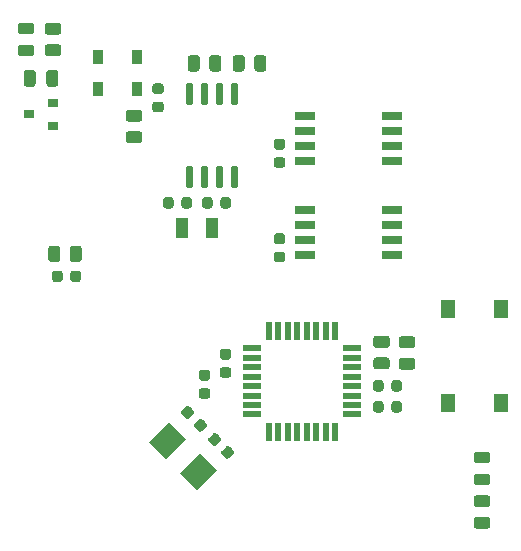
<source format=gbr>
%TF.GenerationSoftware,KiCad,Pcbnew,(5.1.9)-1*%
%TF.CreationDate,2021-02-03T11:38:48-08:00*%
%TF.ProjectId,ATMEGA328_RTC_EEPROM,41544d45-4741-4333-9238-5f5254435f45,1*%
%TF.SameCoordinates,Original*%
%TF.FileFunction,Paste,Top*%
%TF.FilePolarity,Positive*%
%FSLAX46Y46*%
G04 Gerber Fmt 4.6, Leading zero omitted, Abs format (unit mm)*
G04 Created by KiCad (PCBNEW (5.1.9)-1) date 2021-02-03 11:38:48*
%MOMM*%
%LPD*%
G01*
G04 APERTURE LIST*
%ADD10R,1.000000X1.800000*%
%ADD11C,0.100000*%
%ADD12R,1.700000X0.650000*%
%ADD13R,0.550000X1.600000*%
%ADD14R,1.600000X0.550000*%
%ADD15R,1.300000X1.550000*%
%ADD16R,0.900000X0.800000*%
%ADD17R,0.900000X1.200000*%
G04 APERTURE END LIST*
D10*
%TO.C,Y2*%
X147086000Y-97790000D03*
X149586000Y-97790000D03*
%TD*%
D11*
%TO.C,Y1*%
G36*
X146907365Y-118505421D02*
G01*
X148604421Y-116808365D01*
X150018635Y-118222579D01*
X148321579Y-119919635D01*
X146907365Y-118505421D01*
G37*
G36*
X144291069Y-115889125D02*
G01*
X145988125Y-114192069D01*
X147402339Y-115606283D01*
X145705283Y-117303339D01*
X144291069Y-115889125D01*
G37*
%TD*%
%TO.C,U4*%
G36*
G01*
X147851000Y-94366000D02*
X147551000Y-94366000D01*
G75*
G02*
X147401000Y-94216000I0J150000D01*
G01*
X147401000Y-92616000D01*
G75*
G02*
X147551000Y-92466000I150000J0D01*
G01*
X147851000Y-92466000D01*
G75*
G02*
X148001000Y-92616000I0J-150000D01*
G01*
X148001000Y-94216000D01*
G75*
G02*
X147851000Y-94366000I-150000J0D01*
G01*
G37*
G36*
G01*
X149121000Y-94366000D02*
X148821000Y-94366000D01*
G75*
G02*
X148671000Y-94216000I0J150000D01*
G01*
X148671000Y-92616000D01*
G75*
G02*
X148821000Y-92466000I150000J0D01*
G01*
X149121000Y-92466000D01*
G75*
G02*
X149271000Y-92616000I0J-150000D01*
G01*
X149271000Y-94216000D01*
G75*
G02*
X149121000Y-94366000I-150000J0D01*
G01*
G37*
G36*
G01*
X150391000Y-94366000D02*
X150091000Y-94366000D01*
G75*
G02*
X149941000Y-94216000I0J150000D01*
G01*
X149941000Y-92616000D01*
G75*
G02*
X150091000Y-92466000I150000J0D01*
G01*
X150391000Y-92466000D01*
G75*
G02*
X150541000Y-92616000I0J-150000D01*
G01*
X150541000Y-94216000D01*
G75*
G02*
X150391000Y-94366000I-150000J0D01*
G01*
G37*
G36*
G01*
X151661000Y-94366000D02*
X151361000Y-94366000D01*
G75*
G02*
X151211000Y-94216000I0J150000D01*
G01*
X151211000Y-92616000D01*
G75*
G02*
X151361000Y-92466000I150000J0D01*
G01*
X151661000Y-92466000D01*
G75*
G02*
X151811000Y-92616000I0J-150000D01*
G01*
X151811000Y-94216000D01*
G75*
G02*
X151661000Y-94366000I-150000J0D01*
G01*
G37*
G36*
G01*
X151661000Y-87366000D02*
X151361000Y-87366000D01*
G75*
G02*
X151211000Y-87216000I0J150000D01*
G01*
X151211000Y-85616000D01*
G75*
G02*
X151361000Y-85466000I150000J0D01*
G01*
X151661000Y-85466000D01*
G75*
G02*
X151811000Y-85616000I0J-150000D01*
G01*
X151811000Y-87216000D01*
G75*
G02*
X151661000Y-87366000I-150000J0D01*
G01*
G37*
G36*
G01*
X150391000Y-87366000D02*
X150091000Y-87366000D01*
G75*
G02*
X149941000Y-87216000I0J150000D01*
G01*
X149941000Y-85616000D01*
G75*
G02*
X150091000Y-85466000I150000J0D01*
G01*
X150391000Y-85466000D01*
G75*
G02*
X150541000Y-85616000I0J-150000D01*
G01*
X150541000Y-87216000D01*
G75*
G02*
X150391000Y-87366000I-150000J0D01*
G01*
G37*
G36*
G01*
X149121000Y-87366000D02*
X148821000Y-87366000D01*
G75*
G02*
X148671000Y-87216000I0J150000D01*
G01*
X148671000Y-85616000D01*
G75*
G02*
X148821000Y-85466000I150000J0D01*
G01*
X149121000Y-85466000D01*
G75*
G02*
X149271000Y-85616000I0J-150000D01*
G01*
X149271000Y-87216000D01*
G75*
G02*
X149121000Y-87366000I-150000J0D01*
G01*
G37*
G36*
G01*
X147851000Y-87366000D02*
X147551000Y-87366000D01*
G75*
G02*
X147401000Y-87216000I0J150000D01*
G01*
X147401000Y-85616000D01*
G75*
G02*
X147551000Y-85466000I150000J0D01*
G01*
X147851000Y-85466000D01*
G75*
G02*
X148001000Y-85616000I0J-150000D01*
G01*
X148001000Y-87216000D01*
G75*
G02*
X147851000Y-87366000I-150000J0D01*
G01*
G37*
%TD*%
D12*
%TO.C,U3*%
X157513000Y-92075000D03*
X157513000Y-90805000D03*
X157513000Y-89535000D03*
X157513000Y-88265000D03*
X164813000Y-88265000D03*
X164813000Y-89535000D03*
X164813000Y-90805000D03*
X164813000Y-92075000D03*
%TD*%
%TO.C,U2*%
X157513000Y-100076000D03*
X157513000Y-98806000D03*
X157513000Y-97536000D03*
X157513000Y-96266000D03*
X164813000Y-96266000D03*
X164813000Y-97536000D03*
X164813000Y-98806000D03*
X164813000Y-100076000D03*
%TD*%
D13*
%TO.C,U1*%
X154426000Y-106494000D03*
X155226000Y-106494000D03*
X156026000Y-106494000D03*
X156826000Y-106494000D03*
X157626000Y-106494000D03*
X158426000Y-106494000D03*
X159226000Y-106494000D03*
X160026000Y-106494000D03*
D14*
X161476000Y-107944000D03*
X161476000Y-108744000D03*
X161476000Y-109544000D03*
X161476000Y-110344000D03*
X161476000Y-111144000D03*
X161476000Y-111944000D03*
X161476000Y-112744000D03*
X161476000Y-113544000D03*
D13*
X160026000Y-114994000D03*
X159226000Y-114994000D03*
X158426000Y-114994000D03*
X157626000Y-114994000D03*
X156826000Y-114994000D03*
X156026000Y-114994000D03*
X155226000Y-114994000D03*
X154426000Y-114994000D03*
D14*
X152976000Y-113544000D03*
X152976000Y-112744000D03*
X152976000Y-111944000D03*
X152976000Y-111144000D03*
X152976000Y-110344000D03*
X152976000Y-109544000D03*
X152976000Y-108744000D03*
X152976000Y-107944000D03*
%TD*%
D15*
%TO.C,SW1*%
X169581000Y-104648000D03*
X174081000Y-104648000D03*
X174081000Y-112608000D03*
X169581000Y-112608000D03*
%TD*%
%TO.C,R6*%
G36*
G01*
X136594001Y-83213000D02*
X135693999Y-83213000D01*
G75*
G02*
X135444000Y-82963001I0J249999D01*
G01*
X135444000Y-82437999D01*
G75*
G02*
X135693999Y-82188000I249999J0D01*
G01*
X136594001Y-82188000D01*
G75*
G02*
X136844000Y-82437999I0J-249999D01*
G01*
X136844000Y-82963001D01*
G75*
G02*
X136594001Y-83213000I-249999J0D01*
G01*
G37*
G36*
G01*
X136594001Y-81388000D02*
X135693999Y-81388000D01*
G75*
G02*
X135444000Y-81138001I0J249999D01*
G01*
X135444000Y-80612999D01*
G75*
G02*
X135693999Y-80363000I249999J0D01*
G01*
X136594001Y-80363000D01*
G75*
G02*
X136844000Y-80612999I0J-249999D01*
G01*
X136844000Y-81138001D01*
G75*
G02*
X136594001Y-81388000I-249999J0D01*
G01*
G37*
%TD*%
%TO.C,R5*%
G36*
G01*
X142551999Y-87729000D02*
X143452001Y-87729000D01*
G75*
G02*
X143702000Y-87978999I0J-249999D01*
G01*
X143702000Y-88504001D01*
G75*
G02*
X143452001Y-88754000I-249999J0D01*
G01*
X142551999Y-88754000D01*
G75*
G02*
X142302000Y-88504001I0J249999D01*
G01*
X142302000Y-87978999D01*
G75*
G02*
X142551999Y-87729000I249999J0D01*
G01*
G37*
G36*
G01*
X142551999Y-89554000D02*
X143452001Y-89554000D01*
G75*
G02*
X143702000Y-89803999I0J-249999D01*
G01*
X143702000Y-90329001D01*
G75*
G02*
X143452001Y-90579000I-249999J0D01*
G01*
X142551999Y-90579000D01*
G75*
G02*
X142302000Y-90329001I0J249999D01*
G01*
X142302000Y-89803999D01*
G75*
G02*
X142551999Y-89554000I249999J0D01*
G01*
G37*
%TD*%
%TO.C,R4*%
G36*
G01*
X154206000Y-83369999D02*
X154206000Y-84270001D01*
G75*
G02*
X153956001Y-84520000I-249999J0D01*
G01*
X153430999Y-84520000D01*
G75*
G02*
X153181000Y-84270001I0J249999D01*
G01*
X153181000Y-83369999D01*
G75*
G02*
X153430999Y-83120000I249999J0D01*
G01*
X153956001Y-83120000D01*
G75*
G02*
X154206000Y-83369999I0J-249999D01*
G01*
G37*
G36*
G01*
X152381000Y-83369999D02*
X152381000Y-84270001D01*
G75*
G02*
X152131001Y-84520000I-249999J0D01*
G01*
X151605999Y-84520000D01*
G75*
G02*
X151356000Y-84270001I0J249999D01*
G01*
X151356000Y-83369999D01*
G75*
G02*
X151605999Y-83120000I249999J0D01*
G01*
X152131001Y-83120000D01*
G75*
G02*
X152381000Y-83369999I0J-249999D01*
G01*
G37*
%TD*%
%TO.C,R3*%
G36*
G01*
X172916001Y-121393000D02*
X172015999Y-121393000D01*
G75*
G02*
X171766000Y-121143001I0J249999D01*
G01*
X171766000Y-120617999D01*
G75*
G02*
X172015999Y-120368000I249999J0D01*
G01*
X172916001Y-120368000D01*
G75*
G02*
X173166000Y-120617999I0J-249999D01*
G01*
X173166000Y-121143001D01*
G75*
G02*
X172916001Y-121393000I-249999J0D01*
G01*
G37*
G36*
G01*
X172916001Y-123218000D02*
X172015999Y-123218000D01*
G75*
G02*
X171766000Y-122968001I0J249999D01*
G01*
X171766000Y-122442999D01*
G75*
G02*
X172015999Y-122193000I249999J0D01*
G01*
X172916001Y-122193000D01*
G75*
G02*
X173166000Y-122442999I0J-249999D01*
G01*
X173166000Y-122968001D01*
G75*
G02*
X172916001Y-123218000I-249999J0D01*
G01*
G37*
%TD*%
%TO.C,R2*%
G36*
G01*
X147546000Y-84270001D02*
X147546000Y-83369999D01*
G75*
G02*
X147795999Y-83120000I249999J0D01*
G01*
X148321001Y-83120000D01*
G75*
G02*
X148571000Y-83369999I0J-249999D01*
G01*
X148571000Y-84270001D01*
G75*
G02*
X148321001Y-84520000I-249999J0D01*
G01*
X147795999Y-84520000D01*
G75*
G02*
X147546000Y-84270001I0J249999D01*
G01*
G37*
G36*
G01*
X149371000Y-84270001D02*
X149371000Y-83369999D01*
G75*
G02*
X149620999Y-83120000I249999J0D01*
G01*
X150146001Y-83120000D01*
G75*
G02*
X150396000Y-83369999I0J-249999D01*
G01*
X150396000Y-84270001D01*
G75*
G02*
X150146001Y-84520000I-249999J0D01*
G01*
X149620999Y-84520000D01*
G75*
G02*
X149371000Y-84270001I0J249999D01*
G01*
G37*
%TD*%
%TO.C,R1*%
G36*
G01*
X137560000Y-100399001D02*
X137560000Y-99498999D01*
G75*
G02*
X137809999Y-99249000I249999J0D01*
G01*
X138335001Y-99249000D01*
G75*
G02*
X138585000Y-99498999I0J-249999D01*
G01*
X138585000Y-100399001D01*
G75*
G02*
X138335001Y-100649000I-249999J0D01*
G01*
X137809999Y-100649000D01*
G75*
G02*
X137560000Y-100399001I0J249999D01*
G01*
G37*
G36*
G01*
X135735000Y-100399001D02*
X135735000Y-99498999D01*
G75*
G02*
X135984999Y-99249000I249999J0D01*
G01*
X136510001Y-99249000D01*
G75*
G02*
X136760000Y-99498999I0J-249999D01*
G01*
X136760000Y-100399001D01*
G75*
G02*
X136510001Y-100649000I-249999J0D01*
G01*
X135984999Y-100649000D01*
G75*
G02*
X135735000Y-100399001I0J249999D01*
G01*
G37*
%TD*%
D16*
%TO.C,Q1*%
X136128000Y-89088000D03*
X136128000Y-87188000D03*
X134128000Y-88138000D03*
%TD*%
%TO.C,D4*%
G36*
G01*
X134314250Y-83213000D02*
X133401750Y-83213000D01*
G75*
G02*
X133158000Y-82969250I0J243750D01*
G01*
X133158000Y-82481750D01*
G75*
G02*
X133401750Y-82238000I243750J0D01*
G01*
X134314250Y-82238000D01*
G75*
G02*
X134558000Y-82481750I0J-243750D01*
G01*
X134558000Y-82969250D01*
G75*
G02*
X134314250Y-83213000I-243750J0D01*
G01*
G37*
G36*
G01*
X134314250Y-81338000D02*
X133401750Y-81338000D01*
G75*
G02*
X133158000Y-81094250I0J243750D01*
G01*
X133158000Y-80606750D01*
G75*
G02*
X133401750Y-80363000I243750J0D01*
G01*
X134314250Y-80363000D01*
G75*
G02*
X134558000Y-80606750I0J-243750D01*
G01*
X134558000Y-81094250D01*
G75*
G02*
X134314250Y-81338000I-243750J0D01*
G01*
G37*
%TD*%
D17*
%TO.C,D3*%
X143255000Y-85979000D03*
X139955000Y-85979000D03*
%TD*%
%TO.C,D2*%
X143255000Y-83312000D03*
X139955000Y-83312000D03*
%TD*%
%TO.C,D1*%
G36*
G01*
X172009750Y-118560000D02*
X172922250Y-118560000D01*
G75*
G02*
X173166000Y-118803750I0J-243750D01*
G01*
X173166000Y-119291250D01*
G75*
G02*
X172922250Y-119535000I-243750J0D01*
G01*
X172009750Y-119535000D01*
G75*
G02*
X171766000Y-119291250I0J243750D01*
G01*
X171766000Y-118803750D01*
G75*
G02*
X172009750Y-118560000I243750J0D01*
G01*
G37*
G36*
G01*
X172009750Y-116685000D02*
X172922250Y-116685000D01*
G75*
G02*
X173166000Y-116928750I0J-243750D01*
G01*
X173166000Y-117416250D01*
G75*
G02*
X172922250Y-117660000I-243750J0D01*
G01*
X172009750Y-117660000D01*
G75*
G02*
X171766000Y-117416250I0J243750D01*
G01*
X171766000Y-116928750D01*
G75*
G02*
X172009750Y-116685000I243750J0D01*
G01*
G37*
%TD*%
%TO.C,C11*%
G36*
G01*
X136962000Y-101604000D02*
X136962000Y-102104000D01*
G75*
G02*
X136737000Y-102329000I-225000J0D01*
G01*
X136287000Y-102329000D01*
G75*
G02*
X136062000Y-102104000I0J225000D01*
G01*
X136062000Y-101604000D01*
G75*
G02*
X136287000Y-101379000I225000J0D01*
G01*
X136737000Y-101379000D01*
G75*
G02*
X136962000Y-101604000I0J-225000D01*
G01*
G37*
G36*
G01*
X138512000Y-101604000D02*
X138512000Y-102104000D01*
G75*
G02*
X138287000Y-102329000I-225000J0D01*
G01*
X137837000Y-102329000D01*
G75*
G02*
X137612000Y-102104000I0J225000D01*
G01*
X137612000Y-101604000D01*
G75*
G02*
X137837000Y-101379000I225000J0D01*
G01*
X138287000Y-101379000D01*
G75*
G02*
X138512000Y-101604000I0J-225000D01*
G01*
G37*
%TD*%
%TO.C,C10*%
G36*
G01*
X144784000Y-85516000D02*
X145284000Y-85516000D01*
G75*
G02*
X145509000Y-85741000I0J-225000D01*
G01*
X145509000Y-86191000D01*
G75*
G02*
X145284000Y-86416000I-225000J0D01*
G01*
X144784000Y-86416000D01*
G75*
G02*
X144559000Y-86191000I0J225000D01*
G01*
X144559000Y-85741000D01*
G75*
G02*
X144784000Y-85516000I225000J0D01*
G01*
G37*
G36*
G01*
X144784000Y-87066000D02*
X145284000Y-87066000D01*
G75*
G02*
X145509000Y-87291000I0J-225000D01*
G01*
X145509000Y-87741000D01*
G75*
G02*
X145284000Y-87966000I-225000J0D01*
G01*
X144784000Y-87966000D01*
G75*
G02*
X144559000Y-87741000I0J225000D01*
G01*
X144559000Y-87291000D01*
G75*
G02*
X144784000Y-87066000I225000J0D01*
G01*
G37*
%TD*%
%TO.C,C9*%
G36*
G01*
X155571000Y-91115000D02*
X155071000Y-91115000D01*
G75*
G02*
X154846000Y-90890000I0J225000D01*
G01*
X154846000Y-90440000D01*
G75*
G02*
X155071000Y-90215000I225000J0D01*
G01*
X155571000Y-90215000D01*
G75*
G02*
X155796000Y-90440000I0J-225000D01*
G01*
X155796000Y-90890000D01*
G75*
G02*
X155571000Y-91115000I-225000J0D01*
G01*
G37*
G36*
G01*
X155571000Y-92665000D02*
X155071000Y-92665000D01*
G75*
G02*
X154846000Y-92440000I0J225000D01*
G01*
X154846000Y-91990000D01*
G75*
G02*
X155071000Y-91765000I225000J0D01*
G01*
X155571000Y-91765000D01*
G75*
G02*
X155796000Y-91990000I0J-225000D01*
G01*
X155796000Y-92440000D01*
G75*
G02*
X155571000Y-92665000I-225000J0D01*
G01*
G37*
%TD*%
%TO.C,C8*%
G36*
G01*
X155571000Y-99116000D02*
X155071000Y-99116000D01*
G75*
G02*
X154846000Y-98891000I0J225000D01*
G01*
X154846000Y-98441000D01*
G75*
G02*
X155071000Y-98216000I225000J0D01*
G01*
X155571000Y-98216000D01*
G75*
G02*
X155796000Y-98441000I0J-225000D01*
G01*
X155796000Y-98891000D01*
G75*
G02*
X155571000Y-99116000I-225000J0D01*
G01*
G37*
G36*
G01*
X155571000Y-100666000D02*
X155071000Y-100666000D01*
G75*
G02*
X154846000Y-100441000I0J225000D01*
G01*
X154846000Y-99991000D01*
G75*
G02*
X155071000Y-99766000I225000J0D01*
G01*
X155571000Y-99766000D01*
G75*
G02*
X155796000Y-99991000I0J-225000D01*
G01*
X155796000Y-100441000D01*
G75*
G02*
X155571000Y-100666000I-225000J0D01*
G01*
G37*
%TD*%
%TO.C,C3*%
G36*
G01*
X136578000Y-84615000D02*
X136578000Y-85565000D01*
G75*
G02*
X136328000Y-85815000I-250000J0D01*
G01*
X135828000Y-85815000D01*
G75*
G02*
X135578000Y-85565000I0J250000D01*
G01*
X135578000Y-84615000D01*
G75*
G02*
X135828000Y-84365000I250000J0D01*
G01*
X136328000Y-84365000D01*
G75*
G02*
X136578000Y-84615000I0J-250000D01*
G01*
G37*
G36*
G01*
X134678000Y-84615000D02*
X134678000Y-85565000D01*
G75*
G02*
X134428000Y-85815000I-250000J0D01*
G01*
X133928000Y-85815000D01*
G75*
G02*
X133678000Y-85565000I0J250000D01*
G01*
X133678000Y-84615000D01*
G75*
G02*
X133928000Y-84365000I250000J0D01*
G01*
X134428000Y-84365000D01*
G75*
G02*
X134678000Y-84615000I0J-250000D01*
G01*
G37*
%TD*%
%TO.C,C1*%
G36*
G01*
X148028967Y-113512413D02*
X147675413Y-113865967D01*
G75*
G02*
X147357215Y-113865967I-159099J159099D01*
G01*
X147039017Y-113547769D01*
G75*
G02*
X147039017Y-113229571I159099J159099D01*
G01*
X147392571Y-112876017D01*
G75*
G02*
X147710769Y-112876017I159099J-159099D01*
G01*
X148028967Y-113194215D01*
G75*
G02*
X148028967Y-113512413I-159099J-159099D01*
G01*
G37*
G36*
G01*
X149124983Y-114608429D02*
X148771429Y-114961983D01*
G75*
G02*
X148453231Y-114961983I-159099J159099D01*
G01*
X148135033Y-114643785D01*
G75*
G02*
X148135033Y-114325587I159099J159099D01*
G01*
X148488587Y-113972033D01*
G75*
G02*
X148806785Y-113972033I159099J-159099D01*
G01*
X149124983Y-114290231D01*
G75*
G02*
X149124983Y-114608429I-159099J-159099D01*
G01*
G37*
%TD*%
%TO.C,C2*%
G36*
G01*
X150421033Y-116611587D02*
X150774587Y-116258033D01*
G75*
G02*
X151092785Y-116258033I159099J-159099D01*
G01*
X151410983Y-116576231D01*
G75*
G02*
X151410983Y-116894429I-159099J-159099D01*
G01*
X151057429Y-117247983D01*
G75*
G02*
X150739231Y-117247983I-159099J159099D01*
G01*
X150421033Y-116929785D01*
G75*
G02*
X150421033Y-116611587I159099J159099D01*
G01*
G37*
G36*
G01*
X149325017Y-115515571D02*
X149678571Y-115162017D01*
G75*
G02*
X149996769Y-115162017I159099J-159099D01*
G01*
X150314967Y-115480215D01*
G75*
G02*
X150314967Y-115798413I-159099J-159099D01*
G01*
X149961413Y-116151967D01*
G75*
G02*
X149643215Y-116151967I-159099J159099D01*
G01*
X149325017Y-115833769D01*
G75*
G02*
X149325017Y-115515571I159099J159099D01*
G01*
G37*
%TD*%
%TO.C,C4*%
G36*
G01*
X163240000Y-111375000D02*
X163240000Y-110875000D01*
G75*
G02*
X163465000Y-110650000I225000J0D01*
G01*
X163915000Y-110650000D01*
G75*
G02*
X164140000Y-110875000I0J-225000D01*
G01*
X164140000Y-111375000D01*
G75*
G02*
X163915000Y-111600000I-225000J0D01*
G01*
X163465000Y-111600000D01*
G75*
G02*
X163240000Y-111375000I0J225000D01*
G01*
G37*
G36*
G01*
X164790000Y-111375000D02*
X164790000Y-110875000D01*
G75*
G02*
X165015000Y-110650000I225000J0D01*
G01*
X165465000Y-110650000D01*
G75*
G02*
X165690000Y-110875000I0J-225000D01*
G01*
X165690000Y-111375000D01*
G75*
G02*
X165465000Y-111600000I-225000J0D01*
G01*
X165015000Y-111600000D01*
G75*
G02*
X164790000Y-111375000I0J225000D01*
G01*
G37*
%TD*%
%TO.C,C5*%
G36*
G01*
X150999000Y-110445000D02*
X150499000Y-110445000D01*
G75*
G02*
X150274000Y-110220000I0J225000D01*
G01*
X150274000Y-109770000D01*
G75*
G02*
X150499000Y-109545000I225000J0D01*
G01*
X150999000Y-109545000D01*
G75*
G02*
X151224000Y-109770000I0J-225000D01*
G01*
X151224000Y-110220000D01*
G75*
G02*
X150999000Y-110445000I-225000J0D01*
G01*
G37*
G36*
G01*
X150999000Y-108895000D02*
X150499000Y-108895000D01*
G75*
G02*
X150274000Y-108670000I0J225000D01*
G01*
X150274000Y-108220000D01*
G75*
G02*
X150499000Y-107995000I225000J0D01*
G01*
X150999000Y-107995000D01*
G75*
G02*
X151224000Y-108220000I0J-225000D01*
G01*
X151224000Y-108670000D01*
G75*
G02*
X150999000Y-108895000I-225000J0D01*
G01*
G37*
%TD*%
%TO.C,C6*%
G36*
G01*
X149221000Y-112223000D02*
X148721000Y-112223000D01*
G75*
G02*
X148496000Y-111998000I0J225000D01*
G01*
X148496000Y-111548000D01*
G75*
G02*
X148721000Y-111323000I225000J0D01*
G01*
X149221000Y-111323000D01*
G75*
G02*
X149446000Y-111548000I0J-225000D01*
G01*
X149446000Y-111998000D01*
G75*
G02*
X149221000Y-112223000I-225000J0D01*
G01*
G37*
G36*
G01*
X149221000Y-110673000D02*
X148721000Y-110673000D01*
G75*
G02*
X148496000Y-110448000I0J225000D01*
G01*
X148496000Y-109998000D01*
G75*
G02*
X148721000Y-109773000I225000J0D01*
G01*
X149221000Y-109773000D01*
G75*
G02*
X149446000Y-109998000I0J-225000D01*
G01*
X149446000Y-110448000D01*
G75*
G02*
X149221000Y-110673000I-225000J0D01*
G01*
G37*
%TD*%
%TO.C,C7*%
G36*
G01*
X164790000Y-113153000D02*
X164790000Y-112653000D01*
G75*
G02*
X165015000Y-112428000I225000J0D01*
G01*
X165465000Y-112428000D01*
G75*
G02*
X165690000Y-112653000I0J-225000D01*
G01*
X165690000Y-113153000D01*
G75*
G02*
X165465000Y-113378000I-225000J0D01*
G01*
X165015000Y-113378000D01*
G75*
G02*
X164790000Y-113153000I0J225000D01*
G01*
G37*
G36*
G01*
X163240000Y-113153000D02*
X163240000Y-112653000D01*
G75*
G02*
X163465000Y-112428000I225000J0D01*
G01*
X163915000Y-112428000D01*
G75*
G02*
X164140000Y-112653000I0J-225000D01*
G01*
X164140000Y-113153000D01*
G75*
G02*
X163915000Y-113378000I-225000J0D01*
G01*
X163465000Y-113378000D01*
G75*
G02*
X163240000Y-113153000I0J225000D01*
G01*
G37*
%TD*%
%TO.C,C12*%
G36*
G01*
X146360000Y-95381000D02*
X146360000Y-95881000D01*
G75*
G02*
X146135000Y-96106000I-225000J0D01*
G01*
X145685000Y-96106000D01*
G75*
G02*
X145460000Y-95881000I0J225000D01*
G01*
X145460000Y-95381000D01*
G75*
G02*
X145685000Y-95156000I225000J0D01*
G01*
X146135000Y-95156000D01*
G75*
G02*
X146360000Y-95381000I0J-225000D01*
G01*
G37*
G36*
G01*
X147910000Y-95381000D02*
X147910000Y-95881000D01*
G75*
G02*
X147685000Y-96106000I-225000J0D01*
G01*
X147235000Y-96106000D01*
G75*
G02*
X147010000Y-95881000I0J225000D01*
G01*
X147010000Y-95381000D01*
G75*
G02*
X147235000Y-95156000I225000J0D01*
G01*
X147685000Y-95156000D01*
G75*
G02*
X147910000Y-95381000I0J-225000D01*
G01*
G37*
%TD*%
%TO.C,C13*%
G36*
G01*
X148762000Y-95881000D02*
X148762000Y-95381000D01*
G75*
G02*
X148987000Y-95156000I225000J0D01*
G01*
X149437000Y-95156000D01*
G75*
G02*
X149662000Y-95381000I0J-225000D01*
G01*
X149662000Y-95881000D01*
G75*
G02*
X149437000Y-96106000I-225000J0D01*
G01*
X148987000Y-96106000D01*
G75*
G02*
X148762000Y-95881000I0J225000D01*
G01*
G37*
G36*
G01*
X150312000Y-95881000D02*
X150312000Y-95381000D01*
G75*
G02*
X150537000Y-95156000I225000J0D01*
G01*
X150987000Y-95156000D01*
G75*
G02*
X151212000Y-95381000I0J-225000D01*
G01*
X151212000Y-95881000D01*
G75*
G02*
X150987000Y-96106000I-225000J0D01*
G01*
X150537000Y-96106000D01*
G75*
G02*
X150312000Y-95881000I0J225000D01*
G01*
G37*
%TD*%
%TO.C,R7*%
G36*
G01*
X165665999Y-106906000D02*
X166566001Y-106906000D01*
G75*
G02*
X166816000Y-107155999I0J-249999D01*
G01*
X166816000Y-107681001D01*
G75*
G02*
X166566001Y-107931000I-249999J0D01*
G01*
X165665999Y-107931000D01*
G75*
G02*
X165416000Y-107681001I0J249999D01*
G01*
X165416000Y-107155999D01*
G75*
G02*
X165665999Y-106906000I249999J0D01*
G01*
G37*
G36*
G01*
X165665999Y-108731000D02*
X166566001Y-108731000D01*
G75*
G02*
X166816000Y-108980999I0J-249999D01*
G01*
X166816000Y-109506001D01*
G75*
G02*
X166566001Y-109756000I-249999J0D01*
G01*
X165665999Y-109756000D01*
G75*
G02*
X165416000Y-109506001I0J249999D01*
G01*
X165416000Y-108980999D01*
G75*
G02*
X165665999Y-108731000I249999J0D01*
G01*
G37*
%TD*%
%TO.C,R8*%
G36*
G01*
X164407001Y-109732500D02*
X163506999Y-109732500D01*
G75*
G02*
X163257000Y-109482501I0J249999D01*
G01*
X163257000Y-108957499D01*
G75*
G02*
X163506999Y-108707500I249999J0D01*
G01*
X164407001Y-108707500D01*
G75*
G02*
X164657000Y-108957499I0J-249999D01*
G01*
X164657000Y-109482501D01*
G75*
G02*
X164407001Y-109732500I-249999J0D01*
G01*
G37*
G36*
G01*
X164407001Y-107907500D02*
X163506999Y-107907500D01*
G75*
G02*
X163257000Y-107657501I0J249999D01*
G01*
X163257000Y-107132499D01*
G75*
G02*
X163506999Y-106882500I249999J0D01*
G01*
X164407001Y-106882500D01*
G75*
G02*
X164657000Y-107132499I0J-249999D01*
G01*
X164657000Y-107657501D01*
G75*
G02*
X164407001Y-107907500I-249999J0D01*
G01*
G37*
%TD*%
M02*

</source>
